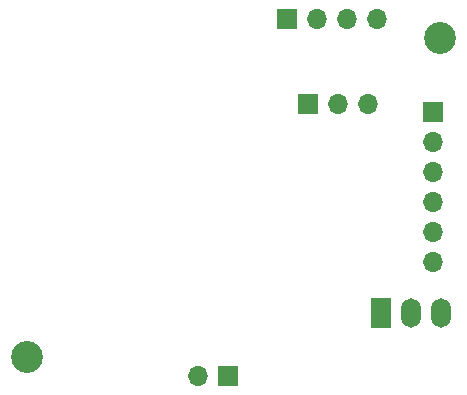
<source format=gbr>
%TF.GenerationSoftware,KiCad,Pcbnew,6.0.8-f2edbf62ab~116~ubuntu22.04.1*%
%TF.CreationDate,2022-10-18T22:53:02+02:00*%
%TF.ProjectId,ble-han-port-if,626c652d-6861-46e2-9d70-6f72742d6966,rev?*%
%TF.SameCoordinates,Original*%
%TF.FileFunction,Soldermask,Bot*%
%TF.FilePolarity,Negative*%
%FSLAX46Y46*%
G04 Gerber Fmt 4.6, Leading zero omitted, Abs format (unit mm)*
G04 Created by KiCad (PCBNEW 6.0.8-f2edbf62ab~116~ubuntu22.04.1) date 2022-10-18 22:53:02*
%MOMM*%
%LPD*%
G01*
G04 APERTURE LIST*
%ADD10R,1.700000X1.700000*%
%ADD11O,1.700000X1.700000*%
%ADD12C,2.700000*%
%ADD13R,1.700000X2.500000*%
%ADD14O,1.700000X2.500000*%
G04 APERTURE END LIST*
D10*
%TO.C,C8*%
X137025000Y-116600000D03*
D11*
X134485000Y-116600000D03*
%TD*%
D10*
%TO.C,J2*%
X142000000Y-86400000D03*
D11*
X144540000Y-86400000D03*
X147080000Y-86400000D03*
X149620000Y-86400000D03*
%TD*%
%TO.C,J3*%
X154400000Y-106950000D03*
X154400000Y-104410000D03*
X154400000Y-101870000D03*
X154400000Y-99330000D03*
X154400000Y-96790000D03*
D10*
X154400000Y-94250000D03*
%TD*%
D12*
%TO.C,H2*%
X155000000Y-88000000D03*
%TD*%
D10*
%TO.C,J1*%
X143800000Y-93600000D03*
D11*
X146340000Y-93600000D03*
X148880000Y-93600000D03*
%TD*%
D12*
%TO.C,H1*%
X120000000Y-115000000D03*
%TD*%
D13*
%TO.C,U4*%
X150002500Y-111292500D03*
D14*
X152542500Y-111292500D03*
X155082500Y-111292500D03*
%TD*%
M02*

</source>
